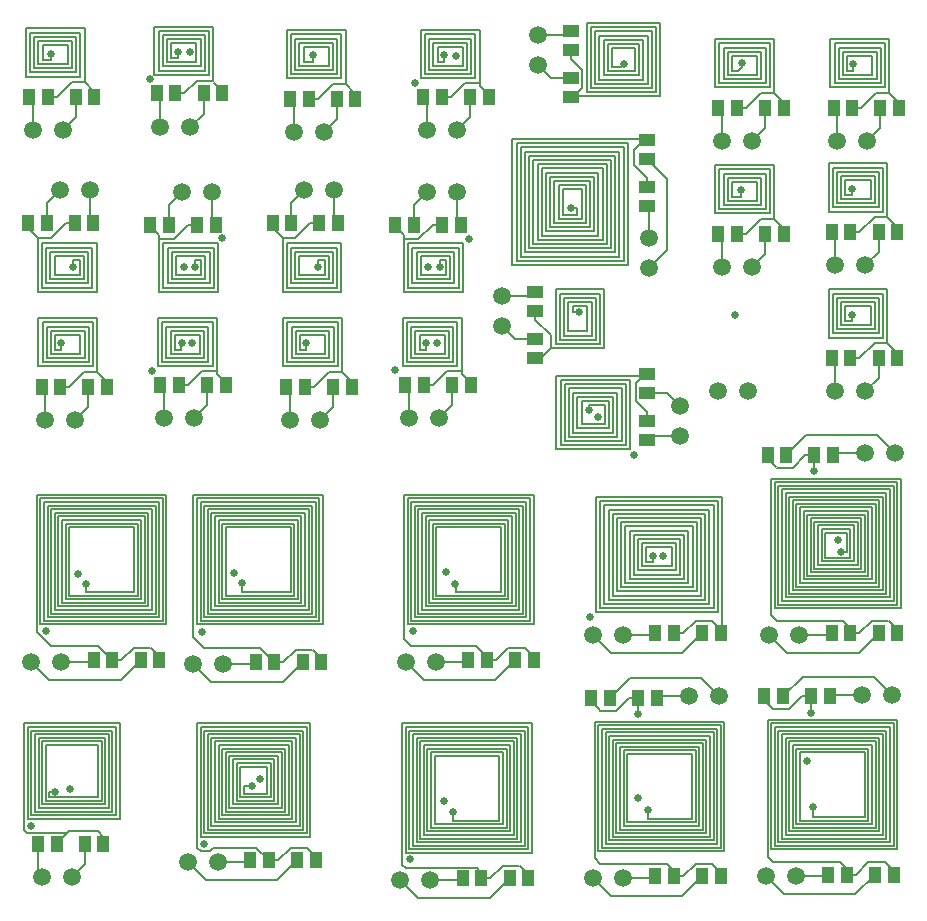
<source format=gtl>
%FSLAX24Y24*%
%MOIN*%
G70*
G01*
G75*
G04 Layer_Physical_Order=1*
G04 Layer_Color=255*
%ADD10R,0.0520X0.0385*%
%ADD11R,0.0385X0.0520*%
%ADD12C,0.0070*%
%ADD13C,0.0060*%
%ADD14C,0.0060*%
%ADD15C,0.0591*%
%ADD16C,0.0250*%
D10*
X17310Y20050D02*
D03*
Y20675D02*
D03*
Y18490D02*
D03*
Y19115D02*
D03*
X21030Y16390D02*
D03*
Y15765D02*
D03*
Y17950D02*
D03*
Y17325D02*
D03*
X18510Y28750D02*
D03*
Y29375D02*
D03*
Y27190D02*
D03*
Y27815D02*
D03*
X21030Y24190D02*
D03*
Y23565D02*
D03*
Y25750D02*
D03*
Y25125D02*
D03*
D11*
X25050Y15250D02*
D03*
X25675D02*
D03*
X26610D02*
D03*
X27235D02*
D03*
X27810Y9310D02*
D03*
X27185D02*
D03*
X29370D02*
D03*
X28745D02*
D03*
X27810Y18490D02*
D03*
X27185D02*
D03*
X29370D02*
D03*
X28745D02*
D03*
X29370Y22690D02*
D03*
X28745D02*
D03*
X27810D02*
D03*
X27185D02*
D03*
X29430Y26830D02*
D03*
X28805D02*
D03*
X27870D02*
D03*
X27245D02*
D03*
X29250Y1270D02*
D03*
X28625D02*
D03*
X27690D02*
D03*
X27065D02*
D03*
X26490Y7210D02*
D03*
X27115D02*
D03*
X24930D02*
D03*
X25555D02*
D03*
X24030Y22630D02*
D03*
X23405D02*
D03*
X25590D02*
D03*
X24965D02*
D03*
X25590Y26830D02*
D03*
X24965D02*
D03*
X24030D02*
D03*
X23405D02*
D03*
X19170Y7150D02*
D03*
X19795D02*
D03*
X20730D02*
D03*
X21355D02*
D03*
X21930Y1210D02*
D03*
X21305D02*
D03*
X23490D02*
D03*
X22865D02*
D03*
X2910Y2290D02*
D03*
X2285D02*
D03*
X1350D02*
D03*
X725D02*
D03*
X17070Y1150D02*
D03*
X16445D02*
D03*
X15510D02*
D03*
X14885D02*
D03*
X9990Y1750D02*
D03*
X9365D02*
D03*
X8430D02*
D03*
X7805D02*
D03*
X17250Y8410D02*
D03*
X16625D02*
D03*
X15690D02*
D03*
X15065D02*
D03*
X10170Y8350D02*
D03*
X9545D02*
D03*
X8610D02*
D03*
X7985D02*
D03*
X4770Y8410D02*
D03*
X4145D02*
D03*
X3210D02*
D03*
X2585D02*
D03*
X23490Y9310D02*
D03*
X22865D02*
D03*
X21930D02*
D03*
X21305D02*
D03*
X15150Y17590D02*
D03*
X14525D02*
D03*
X11190Y17530D02*
D03*
X10565D02*
D03*
X9630D02*
D03*
X9005D02*
D03*
X13590Y17590D02*
D03*
X12965D02*
D03*
X8550Y22990D02*
D03*
X9175D02*
D03*
X10110D02*
D03*
X10735D02*
D03*
X14190Y22930D02*
D03*
X14815D02*
D03*
X12630D02*
D03*
X13255D02*
D03*
X4470D02*
D03*
X5095D02*
D03*
X6030D02*
D03*
X6655D02*
D03*
X1950Y22990D02*
D03*
X2575D02*
D03*
X390D02*
D03*
X1015D02*
D03*
X6990Y17590D02*
D03*
X6365D02*
D03*
X5430D02*
D03*
X4805D02*
D03*
X1470Y17530D02*
D03*
X845D02*
D03*
X3030D02*
D03*
X2405D02*
D03*
X11310Y27130D02*
D03*
X10685D02*
D03*
X9750D02*
D03*
X9125D02*
D03*
X14190Y27190D02*
D03*
X13565D02*
D03*
X15750D02*
D03*
X15125D02*
D03*
X6870Y27310D02*
D03*
X6245D02*
D03*
X5310D02*
D03*
X4685D02*
D03*
X1050Y27190D02*
D03*
X425D02*
D03*
X2610D02*
D03*
X1985D02*
D03*
D12*
X24150Y23870D02*
Y24100D01*
X23860Y23870D02*
X24150D01*
X19110Y16780D02*
Y16915D01*
X5500Y18770D02*
Y18980D01*
X5290Y18770D02*
X5500D01*
X24200Y28200D02*
Y28320D01*
X24070Y28070D02*
X24200Y28200D01*
X20150Y28190D02*
X20250Y28290D01*
Y28280D02*
Y28290D01*
X9580Y28370D02*
X9880D01*
X9580D02*
Y28510D01*
X1150Y28580D02*
X1160Y28690D01*
X1150Y28430D02*
Y28580D01*
X880Y28430D02*
X1150D01*
X17185Y20550D02*
X17310Y20675D01*
X16200Y20550D02*
X17185D01*
X17815Y18820D02*
Y19245D01*
X17310Y19750D02*
X17815Y19245D01*
X17310Y19750D02*
Y20050D01*
X16200Y19550D02*
X16635Y19115D01*
X17310D01*
Y18490D02*
X17485D01*
X17815Y18820D01*
X17970D01*
X19600D02*
Y18890D01*
X17970Y18820D02*
X19600D01*
X16050Y19400D02*
X16200Y19550D01*
X17990Y18960D02*
Y20780D01*
X18130Y19100D02*
Y20640D01*
X18270Y19240D02*
Y20500D01*
X18410Y19380D02*
Y20360D01*
X18550Y20220D02*
X18690D01*
X18550Y20010D02*
Y20220D01*
Y20010D02*
X18760D01*
X17990Y20780D02*
X19600D01*
Y19380D02*
Y20780D01*
Y18890D02*
Y19380D01*
X18130Y20640D02*
X19460D01*
Y18960D02*
Y20640D01*
X17990Y18960D02*
X19460D01*
X18270Y20500D02*
X19320D01*
Y19100D02*
Y20500D01*
X18130Y19100D02*
X19320D01*
X18410Y20360D02*
X19180D01*
Y19240D02*
Y20360D01*
X18270Y19240D02*
X19180D01*
X18690Y20220D02*
X19040D01*
Y19380D02*
Y20220D01*
X18410Y19380D02*
X19040D01*
X25350Y14830D02*
X25890D01*
X26310Y15250D01*
X25050Y15075D02*
Y15250D01*
X26310D02*
X26610D01*
X27110Y15375D02*
X27235Y15250D01*
X24920Y15265D02*
X25340Y14845D01*
X27570Y15910D02*
X28710D01*
X29310Y15310D01*
X27295D02*
X28310D01*
X27235Y15250D02*
X27295Y15310D01*
X26335Y15910D02*
X27570D01*
X25675Y15250D02*
X26335Y15910D01*
X28085Y8650D02*
X28745Y9310D01*
X26850Y8650D02*
X28085D01*
X27125Y9250D02*
X27185Y9310D01*
X26110Y9250D02*
X27125D01*
X25110D02*
X25710Y8650D01*
X26850D01*
X29080Y9715D02*
X29500Y9295D01*
X27185Y9310D02*
X27310Y9185D01*
X27810Y9310D02*
X28110D01*
X29370D02*
Y9485D01*
X28110Y9310D02*
X28530Y9730D01*
X29070D01*
X27185Y18490D02*
X27310Y18365D01*
Y17380D02*
Y18365D01*
X28615Y18995D02*
X29040D01*
X28110Y18490D02*
X28615Y18995D01*
X27810Y18490D02*
X28110D01*
X28310Y17380D02*
X28745Y17815D01*
Y18490D01*
X29370D02*
Y18665D01*
X29040Y18995D02*
X29370Y18665D01*
X29040Y18995D02*
Y19150D01*
X28970Y20780D02*
X29040D01*
Y19150D02*
Y20780D01*
X28310Y17380D02*
X28460Y17230D01*
X27080Y19170D02*
X28900D01*
X27220Y19310D02*
X28760D01*
X27360Y19450D02*
X28620D01*
X27500Y19590D02*
X28480D01*
X27640Y19730D02*
Y19870D01*
Y19730D02*
X27850D01*
Y19940D01*
X27080Y19170D02*
Y20780D01*
X28480D01*
X28970D01*
X27220Y19310D02*
Y20640D01*
X28900D01*
Y19170D02*
Y20640D01*
X27360Y19450D02*
Y20500D01*
X28760D01*
Y19310D02*
Y20500D01*
X27500Y19590D02*
Y20360D01*
X28620D01*
Y19450D02*
Y20360D01*
X27640Y19870D02*
Y20220D01*
X28480D01*
Y19590D02*
Y20220D01*
Y23790D02*
Y24420D01*
X27640D02*
X28480D01*
X27640Y24070D02*
Y24420D01*
X28620Y23650D02*
Y24560D01*
X27500D02*
X28620D01*
X27500Y23790D02*
Y24560D01*
X28760Y23510D02*
Y24700D01*
X27360D02*
X28760D01*
X27360Y23650D02*
Y24700D01*
X28900Y23370D02*
Y24840D01*
X27220D02*
X28900D01*
X27220Y23510D02*
Y24840D01*
X28480Y24980D02*
X28970D01*
X27080D02*
X28480D01*
X27080Y23370D02*
Y24980D01*
X27850Y23930D02*
Y24140D01*
X27640Y23930D02*
X27850D01*
X27640D02*
Y24070D01*
X27500Y23790D02*
X28480D01*
X27360Y23650D02*
X28620D01*
X27220Y23510D02*
X28760D01*
X27080Y23370D02*
X28900D01*
X28310Y21580D02*
X28460Y21430D01*
X29040Y23350D02*
Y24980D01*
X28970D02*
X29040D01*
Y23195D02*
Y23350D01*
Y23195D02*
X29370Y22865D01*
Y22690D02*
Y22865D01*
X28745Y22015D02*
Y22690D01*
X28310Y21580D02*
X28745Y22015D01*
X27810Y22690D02*
X28110D01*
X28615Y23195D01*
X29040D01*
X27310Y21580D02*
Y22565D01*
X27185Y22690D02*
X27310Y22565D01*
X28540Y27930D02*
Y28560D01*
X27700D02*
X28540D01*
X27700Y28210D02*
Y28560D01*
X28680Y27790D02*
Y28700D01*
X27560D02*
X28680D01*
X27560Y27930D02*
Y28700D01*
X28820Y27650D02*
Y28840D01*
X27420D02*
X28820D01*
X27420Y27790D02*
Y28840D01*
X28960Y27510D02*
Y28980D01*
X27280D02*
X28960D01*
X27280Y27650D02*
Y28980D01*
X28540Y29120D02*
X29030D01*
X27140D02*
X28540D01*
X27140Y27510D02*
Y29120D01*
X27910Y28070D02*
Y28280D01*
X27700Y28070D02*
X27910D01*
X27700D02*
Y28210D01*
X27560Y27930D02*
X28540D01*
X27420Y27790D02*
X28680D01*
X27280Y27650D02*
X28820D01*
X27140Y27510D02*
X28960D01*
X28370Y25720D02*
X28520Y25570D01*
X29100Y27490D02*
Y29120D01*
X29030D02*
X29100D01*
Y27335D02*
Y27490D01*
Y27335D02*
X29430Y27005D01*
Y26830D02*
Y27005D01*
X28805Y26155D02*
Y26830D01*
X28370Y25720D02*
X28805Y26155D01*
X27870Y26830D02*
X28170D01*
X28675Y27335D01*
X29100D01*
X27370Y25720D02*
Y26705D01*
X27245Y26830D02*
X27370Y26705D01*
X28410Y1690D02*
X28950D01*
X27990Y1270D02*
X28410Y1690D01*
X29250Y1270D02*
Y1445D01*
X27690Y1270D02*
X27990D01*
X27065D02*
X27190Y1145D01*
X28960Y1675D02*
X29380Y1255D01*
X25590Y610D02*
X26730D01*
X24990Y1210D02*
X25590Y610D01*
X25990Y1210D02*
X27005D01*
X27065Y1270D01*
X26730Y610D02*
X27965D01*
X28625Y1270D01*
X25555Y7210D02*
X26215Y7870D01*
X27450D01*
X27115Y7210D02*
X27175Y7270D01*
X28190D01*
X28590Y7870D02*
X29190Y7270D01*
X27450Y7870D02*
X28590D01*
X24800Y7225D02*
X25220Y6805D01*
X26990Y7335D02*
X27115Y7210D01*
X26190D02*
X26490D01*
X24930Y7035D02*
Y7210D01*
X25770Y6790D02*
X26190Y7210D01*
X25230Y6790D02*
X25770D01*
X23405Y22630D02*
X23530Y22505D01*
Y21520D02*
Y22505D01*
X24835Y23135D02*
X25260D01*
X24330Y22630D02*
X24835Y23135D01*
X24030Y22630D02*
X24330D01*
X24530Y21520D02*
X24965Y21955D01*
Y22630D01*
X25590D02*
Y22805D01*
X25260Y23135D02*
X25590Y22805D01*
X25260Y23135D02*
Y23290D01*
X25190Y24920D02*
X25260D01*
Y23290D02*
Y24920D01*
X24530Y21520D02*
X24680Y21370D01*
X23300Y23310D02*
X25120D01*
X23440Y23450D02*
X24980D01*
X23580Y23590D02*
X24840D01*
X23720Y23730D02*
X24700D01*
X23860Y23870D02*
Y24010D01*
X23300Y23310D02*
Y24920D01*
X24700D01*
X25190D01*
X23440Y23450D02*
Y24780D01*
X25120D01*
Y23310D02*
Y24780D01*
X23580Y23590D02*
Y24640D01*
X24980D01*
Y23450D02*
Y24640D01*
X23720Y23730D02*
Y24500D01*
X24840D01*
Y23590D02*
Y24500D01*
X23860Y24010D02*
Y24360D01*
X24700D01*
Y23730D02*
Y24360D01*
Y27930D02*
Y28560D01*
X23860D02*
X24700D01*
X23860Y28210D02*
Y28560D01*
X24840Y27790D02*
Y28700D01*
X23720D02*
X24840D01*
X23720Y27930D02*
Y28700D01*
X24980Y27650D02*
Y28840D01*
X23580D02*
X24980D01*
X23580Y27790D02*
Y28840D01*
X25120Y27510D02*
Y28980D01*
X23440D02*
X25120D01*
X23440Y27650D02*
Y28980D01*
X24700Y29120D02*
X25190D01*
X23300D02*
X24700D01*
X23300Y27510D02*
Y29120D01*
X23860Y28070D02*
X24070D01*
X23860D02*
Y28210D01*
X23720Y27930D02*
X24700D01*
X23580Y27790D02*
X24840D01*
X23440Y27650D02*
X24980D01*
X23300Y27510D02*
X25120D01*
X24530Y25720D02*
X24680Y25570D01*
X25260Y27490D02*
Y29120D01*
X25190D02*
X25260D01*
Y27335D02*
Y27490D01*
Y27335D02*
X25590Y27005D01*
Y26830D02*
Y27005D01*
X24965Y26155D02*
Y26830D01*
X24530Y25720D02*
X24965Y26155D01*
X24030Y26830D02*
X24330D01*
X24835Y27335D01*
X25260D01*
X23530Y25720D02*
Y26705D01*
X23405Y26830D02*
X23530Y26705D01*
X19470Y6730D02*
X20010D01*
X20430Y7150D01*
X19170Y6975D02*
Y7150D01*
X20430D02*
X20730D01*
X21230Y7275D02*
X21355Y7150D01*
X19040Y7165D02*
X19460Y6745D01*
X21690Y7810D02*
X22830D01*
X23430Y7210D01*
X21415D02*
X22430D01*
X21355Y7150D02*
X21415Y7210D01*
X20455Y7810D02*
X21690D01*
X19795Y7150D02*
X20455Y7810D01*
X22205Y550D02*
X22865Y1210D01*
X20970Y550D02*
X22205D01*
X21245Y1150D02*
X21305Y1210D01*
X20230Y1150D02*
X21245D01*
X19230D02*
X19830Y550D01*
X20970D01*
X23200Y1615D02*
X23620Y1195D01*
X21305Y1210D02*
X21430Y1085D01*
X21930Y1210D02*
X22230D01*
X23490D02*
Y1385D01*
X22230Y1210D02*
X22650Y1630D01*
X23190D01*
X2730Y2710D02*
X2910Y2530D01*
X1770Y2710D02*
X2730D01*
X1350Y2290D02*
X1770Y2710D01*
X725Y1305D02*
X850Y1180D01*
X725Y1305D02*
Y2290D01*
X2910D02*
Y2530D01*
X1850Y1180D02*
X2000Y1030D01*
X2910Y2290D02*
Y2465D01*
X2285Y1615D02*
Y2290D01*
X1850Y1180D02*
X2285Y1615D01*
X725Y2290D02*
X850Y2165D01*
X16230Y1570D02*
X16770D01*
X15810Y1150D02*
X16230Y1570D01*
X17070Y1150D02*
Y1325D01*
X15510Y1150D02*
X15810D01*
X14885D02*
X15010Y1025D01*
X16780Y1555D02*
X17200Y1135D01*
X13410Y490D02*
X14550D01*
X12810Y1090D02*
X13410Y490D01*
X13810Y1090D02*
X14825D01*
X14885Y1150D01*
X14550Y490D02*
X15785D01*
X16445Y1150D01*
X9150Y2170D02*
X9690D01*
X8730Y1750D02*
X9150Y2170D01*
X9990Y1750D02*
Y1925D01*
X8430Y1750D02*
X8730D01*
X7805D02*
X7930Y1625D01*
X9700Y2155D02*
X10120Y1735D01*
X6330Y1090D02*
X7470D01*
X5730Y1690D02*
X6330Y1090D01*
X6730Y1690D02*
X7745D01*
X7805Y1750D01*
X7470Y1090D02*
X8705D01*
X9365Y1750D01*
X16410Y8830D02*
X16950D01*
X15990Y8410D02*
X16410Y8830D01*
X17250Y8410D02*
Y8585D01*
X15690Y8410D02*
X15990D01*
X15065D02*
X15190Y8285D01*
X16960Y8815D02*
X17380Y8395D01*
X13590Y7750D02*
X14730D01*
X12990Y8350D02*
X13590Y7750D01*
X13990Y8350D02*
X15005D01*
X15065Y8410D01*
X14730Y7750D02*
X15965D01*
X16625Y8410D01*
X9330Y8770D02*
X9870D01*
X8910Y8350D02*
X9330Y8770D01*
X10170Y8350D02*
Y8525D01*
X8610Y8350D02*
X8910D01*
X7985D02*
X8110Y8225D01*
X9880Y8755D02*
X10300Y8335D01*
X6510Y7690D02*
X7650D01*
X5910Y8290D02*
X6510Y7690D01*
X6910Y8290D02*
X7925D01*
X7985Y8350D01*
X7650Y7690D02*
X8885D01*
X9545Y8350D01*
X3930Y8830D02*
X4470D01*
X3510Y8410D02*
X3930Y8830D01*
X4770Y8410D02*
Y8585D01*
X3210Y8410D02*
X3510D01*
X2585D02*
X2710Y8285D01*
X4480Y8815D02*
X4900Y8395D01*
X1110Y7750D02*
X2250D01*
X510Y8350D02*
X1110Y7750D01*
X1510Y8350D02*
X2525D01*
X2585Y8410D01*
X2250Y7750D02*
X3485D01*
X4145Y8410D01*
X20675Y17045D02*
Y17650D01*
Y17045D02*
X21030Y16690D01*
X18865Y27490D02*
X18870Y27495D01*
Y28090D01*
X18510Y28450D02*
X18870Y28090D01*
X22140Y16890D02*
X22290Y17040D01*
X20855Y17950D02*
X21030D01*
Y17325D02*
X21705D01*
X22140Y16890D01*
X21030Y16390D02*
Y16690D01*
X21155Y15890D02*
X22140D01*
X21030Y15765D02*
X21155Y15890D01*
X20675Y17650D02*
X21105Y18080D01*
X17250Y28100D02*
X17400Y28250D01*
X18510Y27190D02*
X18685D01*
X17835Y27815D02*
X18510D01*
X17400Y28250D02*
X17835Y27815D01*
X18510Y28450D02*
Y28750D01*
X17400Y29250D02*
X18385D01*
X18510Y29375D01*
X18435Y27060D02*
X18865Y27490D01*
X23490Y9310D02*
X23530Y9350D01*
Y9850D01*
X19330Y13860D02*
X23530D01*
Y9810D02*
Y13860D01*
X22650Y9730D02*
X23190D01*
X22230Y9310D02*
X22650Y9730D01*
X23490Y9310D02*
Y9485D01*
X21930Y9310D02*
X22230D01*
X21305D02*
X21430Y9185D01*
X23200Y9715D02*
X23620Y9295D01*
X19830Y8650D02*
X20970D01*
X19230Y9250D02*
X19830Y8650D01*
X20230Y9250D02*
X21245D01*
X21305Y9310D01*
X20970Y8650D02*
X22205D01*
X22865Y9310D01*
X21030Y25125D02*
X21690Y24465D01*
Y23230D02*
Y24465D01*
X21030Y23565D02*
X21090Y23505D01*
Y22490D02*
Y23505D01*
Y21490D02*
X21690Y22090D01*
Y23230D01*
X20625Y25460D02*
X21045Y25880D01*
X21030Y23565D02*
X21155Y23690D01*
X21030Y24190D02*
Y24490D01*
X20855Y25750D02*
X21030D01*
X20610Y24910D02*
X21030Y24490D01*
X20610Y24910D02*
Y25450D01*
X14850Y17945D02*
Y18070D01*
Y18580D01*
X14370Y18070D02*
X14850D01*
X13890Y17590D02*
X14370Y18070D01*
X14850Y18580D02*
Y19820D01*
X14780D02*
X14850D01*
X12890Y18210D02*
X14710D01*
X13030Y18350D02*
X14570D01*
X13170Y18490D02*
X14430D01*
X13310Y18630D02*
X14290D01*
X13450Y18770D02*
Y18910D01*
Y18770D02*
X13660D01*
Y18980D01*
X12890Y18210D02*
Y19820D01*
X14290D01*
X14780D01*
X13030Y18350D02*
Y19680D01*
X14710D01*
Y18210D02*
Y19680D01*
X13170Y18490D02*
Y19540D01*
X14570D01*
Y18350D02*
Y19540D01*
X13310Y18630D02*
Y19400D01*
X14430D01*
Y18490D02*
Y19400D01*
X13450Y18910D02*
Y19260D01*
X14290D01*
Y18630D02*
Y19260D01*
X10300Y18630D02*
Y19260D01*
X9460D02*
X10300D01*
X9460Y18910D02*
Y19260D01*
X10440Y18490D02*
Y19400D01*
X9320D02*
X10440D01*
X9320Y18630D02*
Y19400D01*
X10580Y18350D02*
Y19540D01*
X9180D02*
X10580D01*
X9180Y18490D02*
Y19540D01*
X10720Y18210D02*
Y19680D01*
X9040D02*
X10720D01*
X9040Y18350D02*
Y19680D01*
X10300Y19820D02*
X10790D01*
X8900D02*
X10300D01*
X8900Y18210D02*
Y19820D01*
X9670Y18770D02*
Y18980D01*
X9460Y18770D02*
X9670D01*
X9460D02*
Y18910D01*
X9320Y18630D02*
X10300D01*
X9180Y18490D02*
X10440D01*
X9040Y18350D02*
X10580D01*
X8900Y18210D02*
X10720D01*
X10130Y16420D02*
X10280Y16270D01*
X10860Y18190D02*
Y19820D01*
X10790D02*
X10860D01*
Y18035D02*
Y18190D01*
X14850Y17945D02*
X15280Y17515D01*
X10860Y18035D02*
X11190Y17705D01*
Y17530D02*
Y17705D01*
X10565Y16855D02*
Y17530D01*
X10130Y16420D02*
X10565Y16855D01*
X9630Y17530D02*
X9930D01*
X10435Y18035D01*
X10860D01*
X9130Y16420D02*
Y17405D01*
X9005Y17530D02*
X9130Y17405D01*
X12965Y17590D02*
X13090Y17465D01*
Y16480D02*
Y17465D01*
X13590Y17590D02*
X13890D01*
X14090Y16480D02*
X14525Y16915D01*
Y17590D01*
X15150D02*
Y17765D01*
X14090Y16480D02*
X14240Y16330D01*
X9440Y21260D02*
Y21890D01*
Y21260D02*
X10280D01*
Y21610D01*
X9300Y21120D02*
Y22030D01*
Y21120D02*
X10420D01*
Y21890D01*
X9160Y20980D02*
Y22170D01*
Y20980D02*
X10560D01*
Y22030D01*
X9020Y20840D02*
Y22310D01*
Y20840D02*
X10700D01*
Y22170D01*
X8950Y20700D02*
X9440D01*
X10840D01*
Y22310D01*
X10070Y21540D02*
Y21750D01*
X10280D01*
Y21610D02*
Y21750D01*
X9440Y21890D02*
X10420D01*
X9300Y22030D02*
X10560D01*
X9160Y22170D02*
X10700D01*
X9020Y22310D02*
X10840D01*
X9460Y24250D02*
X9610Y24100D01*
X8880Y20700D02*
Y22330D01*
Y20700D02*
X8950D01*
X8880Y22330D02*
Y22485D01*
X8550Y22815D02*
X8880Y22485D01*
X8550Y22815D02*
Y22990D01*
X9175D02*
Y23665D01*
X9610Y24100D01*
X9810Y22990D02*
X10110D01*
X9305Y22485D02*
X9810Y22990D01*
X8880Y22485D02*
X9305D01*
X10610Y23115D02*
Y24100D01*
Y23115D02*
X10735Y22990D01*
X12930Y22450D02*
Y22575D01*
Y21940D02*
Y22450D01*
X13410D01*
X13890Y22930D01*
X12930Y20700D02*
Y21940D01*
Y20700D02*
X13000D01*
X13070Y22310D02*
X14890D01*
X13210Y22170D02*
X14750D01*
X13350Y22030D02*
X14610D01*
X13490Y21890D02*
X14470D01*
X14330Y21610D02*
Y21750D01*
X14120D02*
X14330D01*
X14120Y21540D02*
Y21750D01*
X14890Y20700D02*
Y22310D01*
X13490Y20700D02*
X14890D01*
X13000D02*
X13490D01*
X14750Y20840D02*
Y22170D01*
X13070Y20840D02*
X14750D01*
X13070D02*
Y22310D01*
X14610Y20980D02*
Y22030D01*
X13210Y20980D02*
X14610D01*
X13210D02*
Y22170D01*
X14470Y21120D02*
Y21890D01*
X13350Y21120D02*
X14470D01*
X13350D02*
Y22030D01*
X14330Y21260D02*
Y21610D01*
X13490Y21260D02*
X14330D01*
X13490D02*
Y21890D01*
X12500Y23005D02*
X12930Y22575D01*
X14690Y23055D02*
X14815Y22930D01*
X14690Y23055D02*
Y24040D01*
X13890Y22930D02*
X14190D01*
X13255Y23605D02*
X13690Y24040D01*
X13255Y22930D02*
Y23605D01*
X12630Y22755D02*
Y22930D01*
X13540Y24190D02*
X13690Y24040D01*
X5380Y24190D02*
X5530Y24040D01*
X4470Y22755D02*
Y22930D01*
X5095D02*
Y23605D01*
X5530Y24040D01*
X5730Y22930D02*
X6030D01*
X6530Y23055D02*
Y24040D01*
Y23055D02*
X6655Y22930D01*
X4340Y23005D02*
X4770Y22575D01*
X5330Y21260D02*
Y21890D01*
Y21260D02*
X6170D01*
Y21610D01*
X5190Y21120D02*
Y22030D01*
Y21120D02*
X6310D01*
Y21890D01*
X5050Y20980D02*
Y22170D01*
Y20980D02*
X6450D01*
Y22030D01*
X4910Y20840D02*
Y22310D01*
Y20840D02*
X6590D01*
Y22170D01*
X4840Y20700D02*
X5330D01*
X6730D01*
Y22310D01*
X5960Y21540D02*
Y21750D01*
X6170D01*
Y21610D02*
Y21750D01*
X5330Y21890D02*
X6310D01*
X5190Y22030D02*
X6450D01*
X5050Y22170D02*
X6590D01*
X4910Y22310D02*
X6730D01*
X4770Y20700D02*
X4840D01*
X4770D02*
Y21940D01*
X5250Y22450D02*
X5730Y22930D01*
X4770Y22450D02*
X5250D01*
X4770Y21940D02*
Y22450D01*
Y22575D01*
X2450Y23115D02*
X2575Y22990D01*
X2450Y23115D02*
Y24100D01*
X720Y22485D02*
X1145D01*
X1650Y22990D01*
X1950D01*
X1015Y23665D02*
X1450Y24100D01*
X1015Y22990D02*
Y23665D01*
X390Y22815D02*
Y22990D01*
Y22815D02*
X720Y22485D01*
Y22330D02*
Y22485D01*
Y20700D02*
X790D01*
X720D02*
Y22330D01*
X1300Y24250D02*
X1450Y24100D01*
X860Y22310D02*
X2680D01*
X1000Y22170D02*
X2540D01*
X1140Y22030D02*
X2400D01*
X1280Y21890D02*
X2260D01*
X2120Y21610D02*
Y21750D01*
X1910D02*
X2120D01*
X1910Y21540D02*
Y21750D01*
X2680Y20700D02*
Y22310D01*
X1280Y20700D02*
X2680D01*
X790D02*
X1280D01*
X2540Y20840D02*
Y22170D01*
X860Y20840D02*
X2540D01*
X860D02*
Y22310D01*
X2400Y20980D02*
Y22030D01*
X1000Y20980D02*
X2400D01*
X1000D02*
Y22170D01*
X2260Y21120D02*
Y21890D01*
X1140Y21120D02*
X2260D01*
X1140D02*
Y22030D01*
X2120Y21260D02*
Y21610D01*
X1280Y21260D02*
X2120D01*
X1280D02*
Y21890D01*
X5930Y16480D02*
X6080Y16330D01*
X6990Y17590D02*
Y17765D01*
X6365Y16915D02*
Y17590D01*
X5930Y16480D02*
X6365Y16915D01*
X5430Y17590D02*
X5730D01*
X4930Y16480D02*
Y17465D01*
X4805Y17590D02*
X4930Y17465D01*
X845Y17530D02*
X970Y17405D01*
Y16420D02*
Y17405D01*
X2275Y18035D02*
X2700D01*
X1770Y17530D02*
X2275Y18035D01*
X1470Y17530D02*
X1770D01*
X1970Y16420D02*
X2405Y16855D01*
Y17530D01*
X3030D02*
Y17705D01*
X2700Y18035D02*
X3030Y17705D01*
X6690Y17945D02*
X7120Y17515D01*
X2700Y18035D02*
Y18190D01*
X2630Y19820D02*
X2700D01*
Y18190D02*
Y19820D01*
X1970Y16420D02*
X2120Y16270D01*
X740Y18210D02*
X2560D01*
X880Y18350D02*
X2420D01*
X1020Y18490D02*
X2280D01*
X1160Y18630D02*
X2140D01*
X1300Y18770D02*
Y18910D01*
Y18770D02*
X1510D01*
Y18980D01*
X740Y18210D02*
Y19820D01*
X2140D01*
X2630D01*
X880Y18350D02*
Y19680D01*
X2560D01*
Y18210D02*
Y19680D01*
X1020Y18490D02*
Y19540D01*
X2420D01*
Y18350D02*
Y19540D01*
X1160Y18630D02*
Y19400D01*
X2280D01*
Y18490D02*
Y19400D01*
X1300Y18910D02*
Y19260D01*
X2140D01*
Y18630D02*
Y19260D01*
X6130Y18630D02*
Y19260D01*
X5290D02*
X6130D01*
X5290Y18910D02*
Y19260D01*
X6270Y18490D02*
Y19400D01*
X5150D02*
X6270D01*
X5150Y18630D02*
Y19400D01*
X6410Y18350D02*
Y19540D01*
X5010D02*
X6410D01*
X5010Y18490D02*
Y19540D01*
X6550Y18210D02*
Y19680D01*
X4870D02*
X6550D01*
X4870Y18350D02*
Y19680D01*
X6130Y19820D02*
X6620D01*
X4730D02*
X6130D01*
X4730Y18210D02*
Y19820D01*
X5290Y18770D02*
Y18910D01*
X5150Y18630D02*
X6130D01*
X5010Y18490D02*
X6270D01*
X4870Y18350D02*
X6410D01*
X4730Y18210D02*
X6550D01*
X6620Y19820D02*
X6690D01*
Y18580D02*
Y19820D01*
X5730Y17590D02*
X6210Y18070D01*
X6690D01*
Y18580D01*
Y17945D02*
Y18070D01*
X15450Y27545D02*
Y27670D01*
Y28180D01*
X14970Y27670D02*
X15450D01*
X14490Y27190D02*
X14970Y27670D01*
X15450Y28180D02*
Y29420D01*
X15380D02*
X15450D01*
X13490Y27810D02*
X15310D01*
X13630Y27950D02*
X15170D01*
X13770Y28090D02*
X15030D01*
X13910Y28230D02*
X14890D01*
X14050Y28370D02*
Y28510D01*
Y28370D02*
X14260D01*
Y28580D01*
X13490Y27810D02*
Y29420D01*
X14890D01*
X15380D01*
X13630Y27950D02*
Y29280D01*
X15310D01*
Y27810D02*
Y29280D01*
X13770Y28090D02*
Y29140D01*
X15170D01*
Y27950D02*
Y29140D01*
X13910Y28230D02*
Y29000D01*
X15030D01*
Y28090D02*
Y29000D01*
X14050Y28510D02*
Y28860D01*
X14890D01*
Y28230D02*
Y28860D01*
X10420Y28230D02*
Y28860D01*
X9580D02*
X10420D01*
X9580Y28510D02*
Y28860D01*
X10560Y28090D02*
Y29000D01*
X9440D02*
X10560D01*
X9440Y28230D02*
Y29000D01*
X10700Y27950D02*
Y29140D01*
X9300D02*
X10700D01*
X9300Y28090D02*
Y29140D01*
X10840Y27810D02*
Y29280D01*
X9160D02*
X10840D01*
X9160Y27950D02*
Y29280D01*
X10420Y29420D02*
X10910D01*
X9020D02*
X10420D01*
X9020Y27810D02*
Y29420D01*
X9880Y28370D02*
Y28580D01*
X9440Y28230D02*
X10420D01*
X9300Y28090D02*
X10560D01*
X9160Y27950D02*
X10700D01*
X9020Y27810D02*
X10840D01*
X10250Y26020D02*
X10400Y25870D01*
X10980Y27790D02*
Y29420D01*
X10910D02*
X10980D01*
Y27635D02*
Y27790D01*
X15450Y27545D02*
X15880Y27115D01*
X10980Y27635D02*
X11310Y27305D01*
Y27130D02*
Y27305D01*
X10685Y26455D02*
Y27130D01*
X10250Y26020D02*
X10685Y26455D01*
X9750Y27130D02*
X10050D01*
X10555Y27635D01*
X10980D01*
X9250Y26020D02*
Y27005D01*
X9125Y27130D02*
X9250Y27005D01*
X13565Y27190D02*
X13690Y27065D01*
Y26080D02*
Y27065D01*
X14190Y27190D02*
X14490D01*
X14690Y26080D02*
X15125Y26515D01*
Y27190D01*
X15750D02*
Y27365D01*
X14690Y26080D02*
X14840Y25930D01*
X6570Y27730D02*
Y28300D01*
X6030Y27730D02*
X6570D01*
X5610Y27310D02*
X6030Y27730D01*
X5810Y26200D02*
X5960Y26050D01*
X6870Y27310D02*
Y27485D01*
X6245Y26635D02*
Y27310D01*
X5810Y26200D02*
X6245Y26635D01*
X5310Y27310D02*
X5610D01*
X4810Y26200D02*
Y27185D01*
X4685Y27310D02*
X4810Y27185D01*
X425Y27190D02*
X550Y27065D01*
Y26080D02*
Y27065D01*
X1855Y27695D02*
X2280D01*
X1350Y27190D02*
X1855Y27695D01*
X1050Y27190D02*
X1350D01*
X1550Y26080D02*
X1985Y26515D01*
Y27190D01*
X2610D02*
Y27365D01*
X2280Y27695D02*
X2610Y27365D01*
X6580Y27655D02*
X7000Y27235D01*
X2280Y27695D02*
Y27850D01*
X2210Y29480D02*
X2280D01*
Y27850D02*
Y29480D01*
X1550Y26080D02*
X1700Y25930D01*
X320Y27870D02*
X2140D01*
X460Y28010D02*
X2000D01*
X600Y28150D02*
X1860D01*
X740Y28290D02*
X1720D01*
X880Y28430D02*
Y28570D01*
X320Y27870D02*
Y29480D01*
X1720D01*
X2210D01*
X460Y28010D02*
Y29340D01*
X2140D01*
Y27870D02*
Y29340D01*
X600Y28150D02*
Y29200D01*
X2000D01*
Y28010D02*
Y29200D01*
X740Y28290D02*
Y29060D01*
X1860D01*
Y28150D02*
Y29060D01*
X880Y28570D02*
Y28920D01*
X1720D01*
Y28290D02*
Y28920D01*
X6010Y28350D02*
Y28980D01*
X5170D02*
X6010D01*
X5170Y28630D02*
Y28980D01*
X6150Y28210D02*
Y29120D01*
X5030D02*
X6150D01*
X5030Y28350D02*
Y29120D01*
X6290Y28070D02*
Y29260D01*
X4890D02*
X6290D01*
X4890Y28210D02*
Y29260D01*
X6430Y27930D02*
Y29400D01*
X4750D02*
X6430D01*
X4750Y28070D02*
Y29400D01*
X6010Y29540D02*
X6500D01*
X4610D02*
X6010D01*
X4610Y27930D02*
Y29540D01*
X5380Y28490D02*
Y28700D01*
X5170Y28490D02*
X5380D01*
X5170D02*
Y28630D01*
X5030Y28350D02*
X6010D01*
X4890Y28210D02*
X6150D01*
X4750Y28070D02*
X6290D01*
X4610Y27930D02*
X6430D01*
X6500Y29540D02*
X6570D01*
Y28300D02*
Y29540D01*
X21470Y27210D02*
Y29660D01*
X19020D02*
X21470D01*
X19020Y27350D02*
Y29660D01*
Y27350D02*
X21330D01*
Y29520D01*
X19160D02*
X21330D01*
X19160Y27490D02*
Y29520D01*
Y27490D02*
X21190D01*
Y29380D01*
X19300D02*
X21190D01*
X19300Y27630D02*
Y29380D01*
Y27630D02*
X21050D01*
Y29240D01*
X19440D02*
X21050D01*
X19440Y27770D02*
Y29240D01*
Y27770D02*
X20910D01*
Y29100D01*
X19580D02*
X20910D01*
X19580Y27910D02*
Y29100D01*
Y27910D02*
X20770D01*
Y28960D01*
X19720D02*
X20770D01*
X19720Y28050D02*
Y28960D01*
Y28050D02*
X20630D01*
Y28820D01*
X19860D02*
X20630D01*
X18530Y27210D02*
X21470D01*
X19860Y28190D02*
Y28820D01*
Y28190D02*
X20150D01*
X18010Y17895D02*
X20950D01*
X18850Y16285D02*
X19620D01*
X18850D02*
Y17055D01*
X19760D01*
Y16145D02*
Y17055D01*
X18710Y16145D02*
X19760D01*
X18710D02*
Y17195D01*
X19900D01*
Y16005D02*
Y17195D01*
X18570Y16005D02*
X19900D01*
X18570D02*
Y17335D01*
X20040D01*
Y15865D02*
Y17335D01*
X18430Y15865D02*
X20040D01*
X18430D02*
Y17475D01*
X20180D01*
Y15725D02*
Y17475D01*
X18290Y15725D02*
X20180D01*
X18290D02*
Y17615D01*
X20320D01*
Y15585D02*
Y17615D01*
X18150Y15585D02*
X20320D01*
X18150D02*
Y17755D01*
X20460D01*
Y15445D02*
Y17755D01*
X18010Y15445D02*
X20460D01*
X18010D02*
Y17895D01*
X19620Y16285D02*
Y16915D01*
X19220D02*
X19620D01*
X19110D02*
X19220D01*
X18500Y23480D02*
X18710D01*
Y23270D02*
Y23480D01*
X18220Y23270D02*
X18710D01*
X18220D02*
Y24110D01*
X18850D01*
Y23130D02*
Y24110D01*
X18080Y23130D02*
X18850D01*
X18080D02*
Y24250D01*
X18990D01*
Y22990D02*
Y24250D01*
X17940Y22990D02*
X18990D01*
X17940D02*
Y24390D01*
X19130D01*
Y22850D02*
Y24390D01*
X17800Y22850D02*
X19130D01*
X17800D02*
Y24530D01*
X19270D01*
Y22710D02*
Y24530D01*
X17660Y22710D02*
X19270D01*
X17660D02*
Y24670D01*
X19410D01*
Y22570D02*
Y24670D01*
X17520Y22570D02*
X19410D01*
X17520D02*
Y24810D01*
X19550D01*
Y22430D02*
Y24810D01*
X17380Y22430D02*
X19550D01*
X17380D02*
Y24950D01*
X19690D01*
Y22290D02*
Y24950D01*
X17240Y22290D02*
X19690D01*
X17240D02*
Y25090D01*
X19830D01*
Y22150D02*
Y25090D01*
X17100Y22150D02*
X19830D01*
X17100D02*
Y25230D01*
X19970D01*
Y22010D02*
Y25230D01*
X16960Y22010D02*
X19970D01*
X16960D02*
Y25370D01*
X20110D01*
Y21870D02*
Y25370D01*
X16820Y21870D02*
X20110D01*
X16820D02*
Y25510D01*
X20250D01*
Y21730D02*
Y25510D01*
X16680Y21730D02*
X20250D01*
X16680D02*
Y25650D01*
X20390D01*
Y21590D02*
Y25650D01*
X16540Y21590D02*
X20390D01*
X16540D02*
Y25790D01*
X21030D01*
X19330Y10010D02*
Y13860D01*
Y10010D02*
X23390D01*
Y13720D01*
X19470D02*
X23390D01*
X19470Y10150D02*
Y13720D01*
Y10150D02*
X23250D01*
Y13580D01*
X19610D02*
X23250D01*
X19610Y10290D02*
Y13580D01*
Y10290D02*
X23110D01*
Y13440D01*
X19750D02*
X23110D01*
X19750Y10430D02*
Y13440D01*
Y10430D02*
X22970D01*
Y13300D01*
X19890D02*
X22970D01*
X19890Y10570D02*
Y13300D01*
Y10570D02*
X22830D01*
Y13160D01*
X20030D02*
X22830D01*
X20030Y10710D02*
Y13160D01*
Y10710D02*
X22690D01*
Y13020D01*
X20170D02*
X22690D01*
X20170Y10850D02*
Y13020D01*
Y10850D02*
X22550D01*
Y12880D01*
X20310D02*
X22550D01*
X20310Y10990D02*
Y12880D01*
Y10990D02*
X22410D01*
Y12740D01*
X20450D02*
X22410D01*
X20450Y11130D02*
Y12740D01*
Y11130D02*
X22270D01*
Y12600D01*
X20590D02*
X22270D01*
X20590Y11270D02*
Y12600D01*
Y11270D02*
X22130D01*
Y12460D01*
X20730D02*
X22130D01*
X20730Y11410D02*
Y12460D01*
Y11410D02*
X21990D01*
Y12320D01*
X20870D02*
X21990D01*
X20870Y11550D02*
Y12320D01*
Y11550D02*
X21850D01*
Y12180D01*
X21010D02*
X21850D01*
X21010Y11690D02*
Y12180D01*
Y11690D02*
X21220D01*
Y11900D01*
D13*
X21050Y3130D02*
Y3420D01*
Y3130D02*
X22530D01*
X12980Y1490D02*
X15350D01*
X12870Y1600D02*
X12980Y1490D01*
X12870Y1600D02*
Y1990D01*
X15350Y1490D02*
X15510Y1330D01*
X14550Y3070D02*
Y3360D01*
Y3070D02*
X16110D01*
X7590Y4210D02*
X7850D01*
X7590Y3970D02*
Y4210D01*
X370Y2650D02*
X1710D01*
X270Y2750D02*
X370Y2650D01*
X270Y2750D02*
Y2890D01*
X1710Y2650D02*
X1770Y2710D01*
X14650Y10690D02*
Y10970D01*
Y10690D02*
X16170D01*
X7530D02*
Y10980D01*
Y10690D02*
X9150D01*
X2340D02*
Y10960D01*
Y10690D02*
X3930D01*
X27490Y12010D02*
X27690D01*
Y12670D01*
X26970D02*
X27690D01*
X26970Y11830D02*
Y12670D01*
Y11830D02*
X27810D01*
Y12790D01*
X26850D02*
X27810D01*
X26850Y11710D02*
Y12790D01*
Y11710D02*
X27930D01*
Y12910D01*
X26730D02*
X27930D01*
X26730Y11590D02*
Y12910D01*
Y11590D02*
X28050D01*
Y13030D01*
X26610D02*
X28050D01*
X26610Y11470D02*
Y13030D01*
Y11470D02*
X28170D01*
Y13150D01*
X26490D02*
X28170D01*
X26490Y13090D02*
Y13150D01*
Y11350D02*
Y13090D01*
Y11350D02*
X28290D01*
Y13270D01*
X26370D02*
X28290D01*
X26370Y11230D02*
Y13270D01*
Y11230D02*
X26670D01*
X28410D01*
X26610Y14710D02*
Y15250D01*
Y15070D02*
Y15250D01*
X25170Y10150D02*
Y14470D01*
X29490D01*
Y10150D02*
Y14470D01*
X25290Y10150D02*
X29490D01*
X25290D02*
Y14350D01*
X29370D01*
Y10270D02*
Y14350D01*
X25410Y10270D02*
X29370D01*
X25410D02*
Y14230D01*
X29250D01*
Y10390D02*
Y14230D01*
X25530Y10390D02*
X29250D01*
X25530D02*
Y14110D01*
X29130D01*
Y10510D02*
Y14110D01*
X25650Y10510D02*
X29130D01*
X25650D02*
Y13990D01*
X29010D01*
Y10630D02*
Y13990D01*
X25770Y10630D02*
X29010D01*
X25770D02*
Y13870D01*
X28890D01*
Y10750D02*
Y13870D01*
X25890Y10750D02*
X28890D01*
X25890D02*
Y13750D01*
X28770D01*
Y10870D02*
Y13750D01*
X26010Y10870D02*
X28770D01*
X26010D02*
Y13630D01*
X28650D01*
Y10990D02*
Y13630D01*
X26130Y10990D02*
X28650D01*
X26130D02*
Y13510D01*
X28530D01*
Y11110D02*
Y13510D01*
X26250Y11110D02*
X28530D01*
X26250D02*
Y13390D01*
X28410D01*
Y11230D02*
Y13390D01*
X25170Y9910D02*
Y10150D01*
Y9910D02*
X25350Y9730D01*
X27570D01*
X27810Y9490D01*
Y9310D02*
Y9490D01*
X27690Y1270D02*
Y1450D01*
X27450Y1690D02*
X27690Y1450D01*
X25230Y1690D02*
X27450D01*
X25050Y1870D02*
X25230Y1690D01*
X25050Y1870D02*
Y2110D01*
X28290Y3190D02*
Y5350D01*
X26130D02*
X28290D01*
X26130Y3070D02*
Y5350D01*
Y3070D02*
X28410D01*
Y5470D01*
X26010D02*
X28410D01*
X26010Y2950D02*
Y5470D01*
Y2950D02*
X28530D01*
Y5590D01*
X25890D02*
X28530D01*
X25890Y2830D02*
Y5590D01*
Y2830D02*
X28650D01*
Y5710D01*
X25770D02*
X28650D01*
X25770Y2710D02*
Y5710D01*
Y2710D02*
X28770D01*
Y5830D01*
X25650D02*
X28770D01*
X25650Y2590D02*
Y5830D01*
Y2590D02*
X28890D01*
Y5950D01*
X25530D02*
X28890D01*
X25530Y2470D02*
Y5950D01*
Y2470D02*
X29010D01*
Y6070D01*
X25410D02*
X29010D01*
X25410Y2350D02*
Y6070D01*
Y2350D02*
X29130D01*
Y6190D01*
X25290D02*
X29130D01*
X25290Y2230D02*
Y6190D01*
Y2230D02*
X29250D01*
Y6310D01*
X25170D02*
X29250D01*
X25170Y2110D02*
Y6310D01*
Y2110D02*
X29370D01*
Y6430D01*
X25050D02*
X29370D01*
X25050Y2110D02*
Y6430D01*
X26490Y7030D02*
Y7210D01*
Y6670D02*
Y7210D01*
X26550Y3190D02*
X28290D01*
X26550D02*
Y3520D01*
X20730Y6610D02*
Y7150D01*
Y6970D02*
Y7150D01*
X19290Y2050D02*
Y6370D01*
X23610D01*
Y2050D02*
Y6370D01*
X19410Y2050D02*
X23610D01*
X19410D02*
Y6250D01*
X23490D01*
Y2170D02*
Y6250D01*
X19530Y2170D02*
X23490D01*
X19530D02*
Y6130D01*
X23370D01*
Y2290D02*
Y6130D01*
X19650Y2290D02*
X23370D01*
X19650D02*
Y6010D01*
X23250D01*
Y2410D02*
Y6010D01*
X19770Y2410D02*
X23250D01*
X19770D02*
Y5890D01*
X23130D01*
Y2530D02*
Y5890D01*
X19890Y2530D02*
X23130D01*
X19890D02*
Y5770D01*
X23010D01*
Y2650D02*
Y5770D01*
X20010Y2650D02*
X23010D01*
X20010D02*
Y5650D01*
X22890D01*
Y2770D02*
Y5650D01*
X20130Y2770D02*
X22890D01*
X20130D02*
Y5530D01*
X22770D01*
Y2890D02*
Y5530D01*
X20250Y2890D02*
X22770D01*
X20250D02*
Y5410D01*
X22650D01*
Y3010D02*
Y5410D01*
X20370Y3010D02*
X22650D01*
X20370D02*
Y5290D01*
X22530D01*
Y3130D02*
Y5290D01*
X19290Y1810D02*
Y2050D01*
Y1810D02*
X19470Y1630D01*
X21690D01*
X21930Y1390D01*
Y1210D02*
Y1390D01*
X15510Y1150D02*
Y1330D01*
X8010Y2170D02*
X8430Y1750D01*
X6570Y2170D02*
X8010D01*
X6450Y2050D02*
X6570Y2170D01*
X6370Y2050D02*
X6450D01*
X6150D02*
X6370D01*
X6030Y2170D02*
X6150Y2050D01*
X6030Y2170D02*
Y2530D01*
X270Y2830D02*
Y3130D01*
X15690Y8410D02*
Y8530D01*
X15330Y8890D02*
X15690Y8530D01*
X13170Y8890D02*
X15330D01*
X12930Y9130D02*
X13170Y8890D01*
X12930Y9130D02*
Y9610D01*
X8130Y8830D02*
X8610Y8350D01*
X6270Y8830D02*
X8130D01*
X5910Y9190D02*
X6270Y8830D01*
X5910Y9190D02*
Y9610D01*
X1170Y8890D02*
X2730D01*
X690Y9370D02*
X1170Y8890D01*
X690Y9370D02*
Y13930D01*
X2730Y8890D02*
X3210Y8410D01*
X9150Y10690D02*
Y12850D01*
X6990D02*
X9150D01*
X6990Y10570D02*
Y12850D01*
Y10570D02*
X9270D01*
Y12970D01*
X6870D02*
X9270D01*
X6870Y10450D02*
Y12970D01*
Y10450D02*
X9390D01*
Y13090D01*
X6750D02*
X9390D01*
X6750Y10330D02*
Y13090D01*
Y10330D02*
X9510D01*
Y13210D01*
X6630D02*
X9510D01*
X6630Y10210D02*
Y13210D01*
Y10210D02*
X9630D01*
Y13330D01*
X6510D02*
X9630D01*
X6510Y10090D02*
Y13330D01*
Y10090D02*
X9750D01*
Y13450D01*
X6390D02*
X9750D01*
X6390Y9970D02*
Y13450D01*
Y9970D02*
X9870D01*
Y13570D01*
X6270D02*
X9870D01*
X6270Y9850D02*
Y13570D01*
Y9850D02*
X9990D01*
Y13690D01*
X6150D02*
X9990D01*
X6150Y9730D02*
Y13690D01*
Y9730D02*
X10110D01*
Y13810D01*
X6030D02*
X10110D01*
X6030Y9610D02*
Y13810D01*
Y9610D02*
X10230D01*
Y13930D01*
X5910D02*
X10230D01*
X5910Y9610D02*
Y13930D01*
X3930Y10690D02*
Y12850D01*
X1770D02*
X3930D01*
X1770Y10570D02*
Y12850D01*
Y10570D02*
X4050D01*
Y12970D01*
X1650D02*
X4050D01*
X1650Y10450D02*
Y12970D01*
Y10450D02*
X4170D01*
Y13090D01*
X1530D02*
X4170D01*
X1530Y10330D02*
Y13090D01*
Y10330D02*
X4290D01*
Y13210D01*
X1410D02*
X4290D01*
X1410Y10210D02*
Y13210D01*
Y10210D02*
X4410D01*
Y13330D01*
X1290D02*
X4410D01*
X1290Y10090D02*
Y13330D01*
Y10090D02*
X4530D01*
Y13450D01*
X1170D02*
X4530D01*
X1170Y9970D02*
Y13450D01*
Y9970D02*
X4650D01*
Y13570D01*
X1050D02*
X4650D01*
X1050Y9850D02*
Y13570D01*
Y9850D02*
X4770D01*
Y13690D01*
X930D02*
X4770D01*
X930Y9730D02*
Y13690D01*
Y9730D02*
X4890D01*
Y13810D01*
X810D02*
X4890D01*
X810Y9610D02*
Y13810D01*
Y9610D02*
X5010D01*
Y13930D01*
X690D02*
X5010D01*
X12930Y9610D02*
Y13930D01*
X17250D01*
Y9610D02*
Y13930D01*
X13050Y9610D02*
X17250D01*
X13050D02*
Y13810D01*
X17130D01*
Y9730D02*
Y13810D01*
X13170Y9730D02*
X17130D01*
X13170D02*
Y13690D01*
X17010D01*
Y9850D02*
Y13690D01*
X13290Y9850D02*
X17010D01*
X13290D02*
Y13570D01*
X16890D01*
Y9970D02*
Y13570D01*
X13410Y9970D02*
X16890D01*
X13410D02*
Y13450D01*
X16770D01*
Y10090D02*
Y13450D01*
X13530Y10090D02*
X16770D01*
X13530D02*
Y13330D01*
X16650D01*
Y10210D02*
Y13330D01*
X13650Y10210D02*
X16650D01*
X13650D02*
Y13210D01*
X16530D01*
Y10330D02*
Y13210D01*
X13770Y10330D02*
X16530D01*
X13770D02*
Y13090D01*
X16410D01*
Y10450D02*
Y13090D01*
X13890Y10450D02*
X16410D01*
X13890D02*
Y12970D01*
X16290D01*
Y10570D02*
Y12970D01*
X14010Y10570D02*
X16290D01*
X14010D02*
Y12850D01*
X16170D01*
Y10690D02*
Y12850D01*
X16110Y3070D02*
Y5230D01*
X13950D02*
X16110D01*
X13950Y2950D02*
Y5230D01*
Y2950D02*
X16230D01*
Y5350D01*
X13830D02*
X16230D01*
X13830Y2830D02*
Y5350D01*
Y2830D02*
X16350D01*
Y5470D01*
X13710D02*
X16350D01*
X13710Y2710D02*
Y5470D01*
Y2710D02*
X16470D01*
Y5590D01*
X13590D02*
X16470D01*
X13590Y2590D02*
Y5590D01*
Y2590D02*
X16590D01*
Y5710D01*
X13470D02*
X16590D01*
X13470Y2470D02*
Y5710D01*
Y2470D02*
X16710D01*
Y5830D01*
X13350D02*
X16710D01*
X13350Y2350D02*
Y5830D01*
Y2350D02*
X16830D01*
Y5950D01*
X13230D02*
X16830D01*
X13230Y2230D02*
Y5950D01*
Y2230D02*
X16950D01*
Y6070D01*
X13110D02*
X16950D01*
X13110Y2110D02*
Y6070D01*
Y2110D02*
X17070D01*
Y6190D01*
X12990D02*
X17070D01*
X12990Y1990D02*
Y6190D01*
Y1990D02*
X17190D01*
Y6310D01*
X12870D02*
X17190D01*
X12870Y1990D02*
Y6310D01*
X8370Y3970D02*
Y4870D01*
X7590Y3970D02*
X8370D01*
X7470Y4870D02*
X8370D01*
X7470Y3850D02*
Y4870D01*
Y3850D02*
X8490D01*
Y4990D01*
X7350D02*
X8490D01*
X7350Y3730D02*
Y4990D01*
Y3730D02*
X8610D01*
Y5110D01*
X7230D02*
X8610D01*
X7230Y3610D02*
Y5110D01*
Y3610D02*
X8730D01*
Y5230D01*
X7110D02*
X8730D01*
X7110Y3490D02*
Y5230D01*
Y3490D02*
X8850D01*
Y5350D01*
X6990D02*
X8850D01*
X6990Y3370D02*
Y5350D01*
Y3370D02*
X8970D01*
Y5470D01*
X6870D02*
X8970D01*
X6870Y3250D02*
Y5470D01*
Y3250D02*
X9090D01*
Y5590D01*
X6750D02*
X9090D01*
X6750Y3130D02*
Y5590D01*
Y3130D02*
X9210D01*
Y5710D01*
X6630D02*
X9210D01*
X6630Y3010D02*
Y5710D01*
Y3010D02*
X9330D01*
Y5830D01*
X6510D02*
X9330D01*
X6510Y2890D02*
Y5830D01*
Y2890D02*
X9450D01*
Y5950D01*
X6390D02*
X9450D01*
X6390Y2770D02*
Y5950D01*
Y2770D02*
X9570D01*
Y6070D01*
X6270D02*
X9570D01*
X6270Y2650D02*
Y6070D01*
Y2650D02*
X9690D01*
Y6190D01*
X6150D02*
X9690D01*
X6150Y2530D02*
Y6190D01*
Y2530D02*
X9810D01*
Y6310D01*
X6030D02*
X9810D01*
X6030Y6250D02*
Y6310D01*
Y2530D02*
Y6250D01*
X1110Y4030D02*
X1290D01*
X1110Y3850D02*
Y4030D01*
Y3850D02*
X2730D01*
Y5590D01*
X990D02*
X2730D01*
X990Y3730D02*
Y5590D01*
Y3730D02*
X2850D01*
Y5710D01*
X870D02*
X2850D01*
X870Y3610D02*
Y5710D01*
Y3610D02*
X2970D01*
Y5830D01*
X750D02*
X2970D01*
X750Y3490D02*
Y5830D01*
Y3490D02*
X3090D01*
Y5950D01*
X630D02*
X3090D01*
X630Y3370D02*
Y5950D01*
Y3370D02*
X3210D01*
Y6070D01*
X510D02*
X3210D01*
X510Y3250D02*
Y6070D01*
Y3250D02*
X3330D01*
Y6190D01*
X390D02*
X3330D01*
X390Y3130D02*
Y6190D01*
Y3130D02*
X3450D01*
Y6310D01*
X270D02*
X3450D01*
X270Y3130D02*
Y6310D01*
D14*
X12990Y6190D02*
D03*
D15*
X16200Y20550D02*
D03*
Y19550D02*
D03*
X29310Y15310D02*
D03*
X28310D02*
D03*
X25110Y9250D02*
D03*
X26110D02*
D03*
X23410Y17380D02*
D03*
X24410D02*
D03*
X27310D02*
D03*
X28310D02*
D03*
X27310Y21580D02*
D03*
X28310D02*
D03*
X27370Y25720D02*
D03*
X28370D02*
D03*
X24990Y1210D02*
D03*
X25990D02*
D03*
X29190Y7270D02*
D03*
X28190D02*
D03*
X23530Y21520D02*
D03*
X24530D02*
D03*
X23530Y25720D02*
D03*
X24530D02*
D03*
X23430Y7210D02*
D03*
X22430D02*
D03*
X19230Y1150D02*
D03*
X20230D02*
D03*
X850Y1180D02*
D03*
X1850D02*
D03*
X12810Y1090D02*
D03*
X13810D02*
D03*
X5730Y1690D02*
D03*
X6730D02*
D03*
X12990Y8350D02*
D03*
X13990D02*
D03*
X5910Y8290D02*
D03*
X6910D02*
D03*
X510Y8350D02*
D03*
X1510D02*
D03*
X22140Y15890D02*
D03*
Y16890D02*
D03*
X17400Y29250D02*
D03*
Y28250D02*
D03*
X19230Y9250D02*
D03*
X20230D02*
D03*
X21090Y21490D02*
D03*
Y22490D02*
D03*
X9130Y16420D02*
D03*
X10130D02*
D03*
X13090Y16480D02*
D03*
X14090D02*
D03*
X10610Y24100D02*
D03*
X9610D02*
D03*
X14690Y24040D02*
D03*
X13690D02*
D03*
X6530D02*
D03*
X5530D02*
D03*
X2450Y24100D02*
D03*
X1450D02*
D03*
X4930Y16480D02*
D03*
X5930D02*
D03*
X970Y16420D02*
D03*
X1970D02*
D03*
X9250Y26020D02*
D03*
X10250D02*
D03*
X13690Y26080D02*
D03*
X14690D02*
D03*
X4810Y26200D02*
D03*
X5810D02*
D03*
X550Y26080D02*
D03*
X1550D02*
D03*
D16*
X24150Y24100D02*
D03*
X4520Y18060D02*
D03*
X13230Y9390D02*
D03*
X6180Y9370D02*
D03*
X27490Y12040D02*
D03*
X20720Y3810D02*
D03*
X13120Y1780D02*
D03*
X14260Y3730D02*
D03*
X8120Y4460D02*
D03*
X1800Y4110D02*
D03*
X19130Y9870D02*
D03*
X21570Y11900D02*
D03*
X20610Y15270D02*
D03*
X19100Y16770D02*
D03*
X7260Y11330D02*
D03*
X2330Y10960D02*
D03*
X1000Y9390D02*
D03*
X12620Y18080D02*
D03*
X14020Y18990D02*
D03*
X15090Y22450D02*
D03*
X13720Y21530D02*
D03*
X5520Y18980D02*
D03*
X5600Y21540D02*
D03*
X6850Y22480D02*
D03*
X24200Y28320D02*
D03*
X20250Y28280D02*
D03*
X13300Y27670D02*
D03*
X14260Y28580D02*
D03*
X14650Y28570D02*
D03*
X4460Y27800D02*
D03*
X5790Y28700D02*
D03*
X18760Y20010D02*
D03*
X27390Y12430D02*
D03*
X26610Y14710D02*
D03*
X23950Y19940D02*
D03*
X27850D02*
D03*
Y24140D02*
D03*
X27910Y28280D02*
D03*
X26370Y5050D02*
D03*
X26550Y3530D02*
D03*
X26490Y6670D02*
D03*
X20730Y6610D02*
D03*
X21050Y3420D02*
D03*
X7540Y10980D02*
D03*
X2060Y11280D02*
D03*
X14640Y10970D02*
D03*
X14320Y11350D02*
D03*
X14550Y3360D02*
D03*
X6270Y2290D02*
D03*
X7850Y4210D02*
D03*
X510Y2890D02*
D03*
X1290Y4030D02*
D03*
X13670Y18990D02*
D03*
X9670Y18980D02*
D03*
X10070Y21540D02*
D03*
X14120D02*
D03*
X5960D02*
D03*
X1910D02*
D03*
X1510Y18980D02*
D03*
X5870D02*
D03*
X9880Y28580D02*
D03*
X1150Y28640D02*
D03*
X5380Y28700D02*
D03*
X19400Y16520D02*
D03*
X18500Y23480D02*
D03*
X21220Y11900D02*
D03*
M02*

</source>
